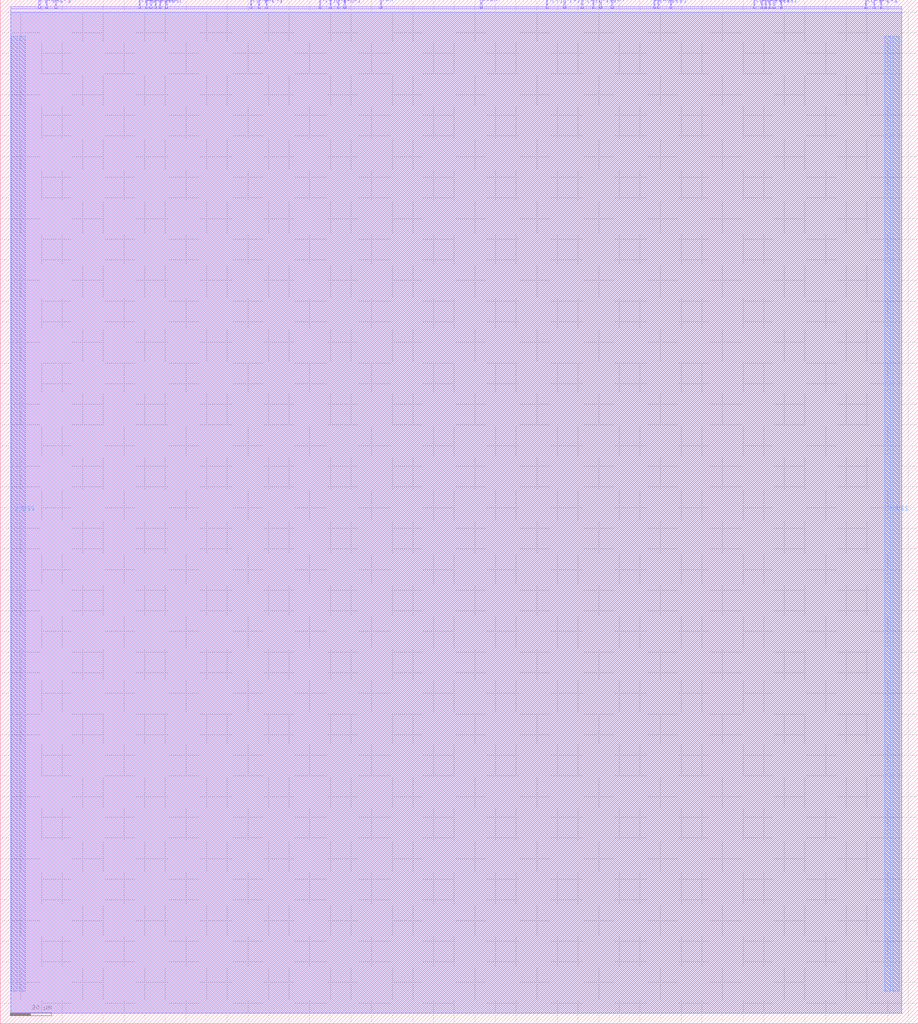
<source format=lef>
VERSION 5.7 ;
  NOWIREEXTENSIONATPIN ON ;
  DIVIDERCHAR "/" ;
  BUSBITCHARS "[]" ;
MACRO gf180_ram_512x8_wrapper_as2650
  CLASS BLOCK ;
  FOREIGN gf180_ram_512x8_wrapper_as2650 ;
  ORIGIN 0.000 0.000 ;
  SIZE 444.860 BY 495.880 ;
  PIN A[0]
    DIRECTION INPUT ;
    USE SIGNAL ;
    PORT
      LAYER Metal2 ;
        RECT 264.720 491.880 265.280 495.880 ;
    END
  END A[0]
  PIN A[1]
    DIRECTION INPUT ;
    USE SIGNAL ;
    PORT
      LAYER Metal2 ;
        RECT 273.220 491.880 273.780 495.880 ;
    END
  END A[1]
  PIN A[2]
    DIRECTION INPUT ;
    USE SIGNAL ;
    PORT
      LAYER Metal2 ;
        RECT 281.720 491.880 282.280 495.880 ;
    END
  END A[2]
  PIN A[3]
    DIRECTION INPUT ;
    USE SIGNAL ;
    PORT
      LAYER Metal2 ;
        RECT 154.720 491.880 155.280 495.880 ;
    END
  END A[3]
  PIN A[4]
    DIRECTION INPUT ;
    USE SIGNAL ;
    PORT
      LAYER Metal2 ;
        RECT 159.720 491.880 160.280 495.880 ;
    END
  END A[4]
  PIN A[5]
    DIRECTION INPUT ;
    USE SIGNAL ;
    PORT
      LAYER Metal2 ;
        RECT 163.720 491.880 164.280 495.880 ;
    END
  END A[5]
  PIN A[6]
    DIRECTION INPUT ;
    USE SIGNAL ;
    PORT
      LAYER Metal2 ;
        RECT 166.720 491.880 167.280 495.880 ;
    END
  END A[6]
  PIN A[7]
    DIRECTION INPUT ;
    USE SIGNAL ;
    PORT
      LAYER Metal2 ;
        RECT 287.220 491.880 287.780 495.880 ;
    END
  END A[7]
  PIN A[8]
    DIRECTION INPUT ;
    USE SIGNAL ;
    PORT
      LAYER Metal2 ;
        RECT 290.720 491.880 291.280 495.880 ;
    END
  END A[8]
  PIN CEN
    DIRECTION INPUT ;
    USE SIGNAL ;
    PORT
      LAYER Metal2 ;
        RECT 184.220 491.880 184.780 495.880 ;
    END
  END CEN
  PIN CLK
    DIRECTION INPUT ;
    USE SIGNAL ;
    PORT
      LAYER Metal2 ;
        RECT 296.220 491.880 296.780 495.880 ;
    END
  END CLK
  PIN D[0]
    DIRECTION INPUT ;
    USE SIGNAL ;
    PORT
      LAYER Metal2 ;
        RECT 426.720 491.880 427.280 495.880 ;
    END
  END D[0]
  PIN D[1]
    DIRECTION INPUT ;
    USE SIGNAL ;
    PORT
      LAYER Metal2 ;
        RECT 374.720 491.880 375.280 495.880 ;
    END
  END D[1]
  PIN D[2]
    DIRECTION INPUT ;
    USE SIGNAL ;
    PORT
      LAYER Metal2 ;
        RECT 368.720 491.880 369.280 495.880 ;
    END
  END D[2]
  PIN D[3]
    DIRECTION INPUT ;
    USE SIGNAL ;
    PORT
      LAYER Metal2 ;
        RECT 316.720 491.880 317.280 495.880 ;
    END
  END D[3]
  PIN D[4]
    DIRECTION INPUT ;
    USE SIGNAL ;
    PORT
      LAYER Metal2 ;
        RECT 128.720 491.880 129.280 495.880 ;
    END
  END D[4]
  PIN D[5]
    DIRECTION INPUT ;
    USE SIGNAL ;
    PORT
      LAYER Metal2 ;
        RECT 77.220 491.880 77.780 495.880 ;
    END
  END D[5]
  PIN D[6]
    DIRECTION INPUT ;
    USE SIGNAL ;
    PORT
      LAYER Metal2 ;
        RECT 70.720 491.880 71.280 495.880 ;
    END
  END D[6]
  PIN D[7]
    DIRECTION INPUT ;
    USE SIGNAL ;
    PORT
      LAYER Metal2 ;
        RECT 18.720 491.880 19.280 495.880 ;
    END
  END D[7]
  PIN GWEN
    DIRECTION INPUT ;
    USE SIGNAL ;
    PORT
      LAYER Metal2 ;
        RECT 232.840 491.880 233.400 495.880 ;
    END
  END GWEN
  PIN Q[0]
    DIRECTION OUTPUT TRISTATE ;
    USE SIGNAL ;
    PORT
      LAYER Metal2 ;
        RECT 419.220 491.880 419.780 495.880 ;
    END
  END Q[0]
  PIN Q[1]
    DIRECTION OUTPUT TRISTATE ;
    USE SIGNAL ;
    PORT
      LAYER Metal2 ;
        RECT 378.220 491.880 378.780 495.880 ;
    END
  END Q[1]
  PIN Q[2]
    DIRECTION OUTPUT TRISTATE ;
    USE SIGNAL ;
    PORT
      LAYER Metal2 ;
        RECT 365.220 491.880 365.780 495.880 ;
    END
  END Q[2]
  PIN Q[3]
    DIRECTION OUTPUT TRISTATE ;
    USE SIGNAL ;
    PORT
      LAYER Metal2 ;
        RECT 324.720 491.880 325.280 495.880 ;
    END
  END Q[3]
  PIN Q[4]
    DIRECTION OUTPUT TRISTATE ;
    USE SIGNAL ;
    PORT
      LAYER Metal2 ;
        RECT 121.220 491.880 121.780 495.880 ;
    END
  END Q[4]
  PIN Q[5]
    DIRECTION OUTPUT TRISTATE ;
    USE SIGNAL ;
    PORT
      LAYER Metal2 ;
        RECT 80.220 491.880 80.780 495.880 ;
    END
  END Q[5]
  PIN Q[6]
    DIRECTION OUTPUT TRISTATE ;
    USE SIGNAL ;
    PORT
      LAYER Metal2 ;
        RECT 67.220 491.880 67.780 495.880 ;
    END
  END Q[6]
  PIN Q[7]
    DIRECTION OUTPUT TRISTATE ;
    USE SIGNAL ;
    PORT
      LAYER Metal2 ;
        RECT 26.720 491.880 27.280 495.880 ;
    END
  END Q[7]
  PIN VDD
    DIRECTION INOUT ;
    USE POWER ;
    PORT
      LAYER Metal4 ;
        RECT 5.220 15.680 8.220 478.240 ;
    END
    PORT
      LAYER Metal4 ;
        RECT 428.630 15.680 431.630 478.240 ;
    END
  END VDD
  PIN VSS
    DIRECTION INOUT ;
    USE GROUND ;
    PORT
      LAYER Metal4 ;
        RECT 9.220 15.680 12.220 478.240 ;
    END
    PORT
      LAYER Metal4 ;
        RECT 432.630 15.680 435.630 478.240 ;
    END
  END VSS
  PIN WEN[0]
    DIRECTION INPUT ;
    USE SIGNAL ;
    PORT
      LAYER Metal2 ;
        RECT 423.220 491.880 423.780 495.880 ;
    END
  END WEN[0]
  PIN WEN[1]
    DIRECTION INPUT ;
    USE SIGNAL ;
    PORT
      LAYER Metal2 ;
        RECT 372.720 491.880 373.280 495.880 ;
    END
  END WEN[1]
  PIN WEN[2]
    DIRECTION INPUT ;
    USE SIGNAL ;
    PORT
      LAYER Metal2 ;
        RECT 370.720 491.880 371.280 495.880 ;
    END
  END WEN[2]
  PIN WEN[3]
    DIRECTION INPUT ;
    USE SIGNAL ;
    PORT
      LAYER Metal2 ;
        RECT 318.720 491.880 319.280 495.880 ;
    END
  END WEN[3]
  PIN WEN[4]
    DIRECTION INPUT ;
    USE SIGNAL ;
    PORT
      LAYER Metal2 ;
        RECT 125.220 491.880 125.780 495.880 ;
    END
  END WEN[4]
  PIN WEN[5]
    DIRECTION INPUT ;
    USE SIGNAL ;
    PORT
      LAYER Metal2 ;
        RECT 74.970 491.880 75.530 495.880 ;
    END
  END WEN[5]
  PIN WEN[6]
    DIRECTION INPUT ;
    USE SIGNAL ;
    PORT
      LAYER Metal2 ;
        RECT 72.720 491.880 73.280 495.880 ;
    END
  END WEN[6]
  PIN WEN[7]
    DIRECTION INPUT ;
    USE SIGNAL ;
    PORT
      LAYER Metal2 ;
        RECT 22.220 491.880 22.780 495.880 ;
    END
  END WEN[7]
  OBS
      LAYER Metal1 ;
        RECT 5.000 5.000 436.860 489.880 ;
      LAYER Metal2 ;
        RECT 5.000 491.580 18.420 492.520 ;
        RECT 19.580 491.580 21.920 492.520 ;
        RECT 23.080 491.580 26.420 492.520 ;
        RECT 27.580 491.580 66.920 492.520 ;
        RECT 68.080 491.580 70.420 492.520 ;
        RECT 71.580 491.580 72.420 492.520 ;
        RECT 73.580 491.580 74.670 492.520 ;
        RECT 75.830 491.580 76.920 492.520 ;
        RECT 78.080 491.580 79.920 492.520 ;
        RECT 81.080 491.580 120.920 492.520 ;
        RECT 122.080 491.580 124.920 492.520 ;
        RECT 126.080 491.580 128.420 492.520 ;
        RECT 129.580 491.580 154.420 492.520 ;
        RECT 155.580 491.580 159.420 492.520 ;
        RECT 160.580 491.580 163.420 492.520 ;
        RECT 164.580 491.580 166.420 492.520 ;
        RECT 167.580 491.580 183.920 492.520 ;
        RECT 185.080 491.580 232.540 492.520 ;
        RECT 233.700 491.580 264.420 492.520 ;
        RECT 265.580 491.580 272.920 492.520 ;
        RECT 274.080 491.580 281.420 492.520 ;
        RECT 282.580 491.580 286.920 492.520 ;
        RECT 288.080 491.580 290.420 492.520 ;
        RECT 291.580 491.580 295.920 492.520 ;
        RECT 297.080 491.580 316.420 492.520 ;
        RECT 317.580 491.580 318.420 492.520 ;
        RECT 319.580 491.580 324.420 492.520 ;
        RECT 325.580 491.580 364.920 492.520 ;
        RECT 366.080 491.580 368.420 492.520 ;
        RECT 369.580 491.580 370.420 492.520 ;
        RECT 371.580 491.580 372.420 492.520 ;
        RECT 373.580 491.580 374.420 492.520 ;
        RECT 375.580 491.580 377.920 492.520 ;
        RECT 379.080 491.580 418.920 492.520 ;
        RECT 420.080 491.580 422.920 492.520 ;
        RECT 424.080 491.580 426.420 492.520 ;
        RECT 427.580 491.580 436.860 492.520 ;
        RECT 5.000 5.000 436.860 491.580 ;
      LAYER Metal3 ;
        RECT 5.000 5.000 436.860 489.880 ;
  END
END gf180_ram_512x8_wrapper_as2650
END LIBRARY


</source>
